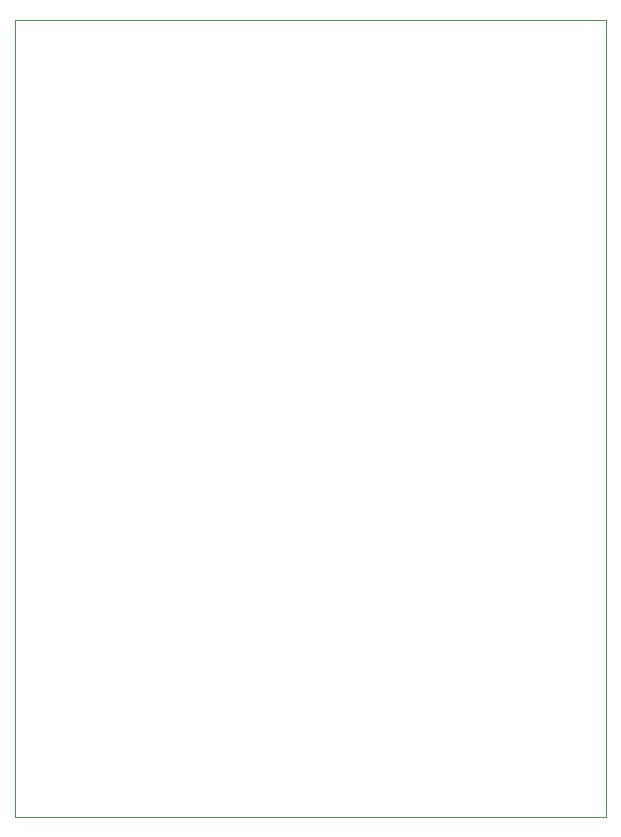
<source format=gbr>
%TF.GenerationSoftware,KiCad,Pcbnew,(5.1.8)-1*%
%TF.CreationDate,2021-07-02T09:13:16+03:00*%
%TF.ProjectId,CUSTOM stm32f103 DEVELOPMENT BOARD,43555354-4f4d-4207-9374-6d3332663130,rev?*%
%TF.SameCoordinates,Original*%
%TF.FileFunction,Profile,NP*%
%FSLAX46Y46*%
G04 Gerber Fmt 4.6, Leading zero omitted, Abs format (unit mm)*
G04 Created by KiCad (PCBNEW (5.1.8)-1) date 2021-07-02 09:13:16*
%MOMM*%
%LPD*%
G01*
G04 APERTURE LIST*
%TA.AperFunction,Profile*%
%ADD10C,0.050000*%
%TD*%
G04 APERTURE END LIST*
D10*
X64620000Y-197970000D02*
X14620000Y-197970000D01*
X64620000Y-130500000D02*
X64620000Y-197970000D01*
X14620000Y-130500000D02*
X64620000Y-130500000D01*
X14620000Y-197970000D02*
X14620000Y-130500000D01*
M02*

</source>
